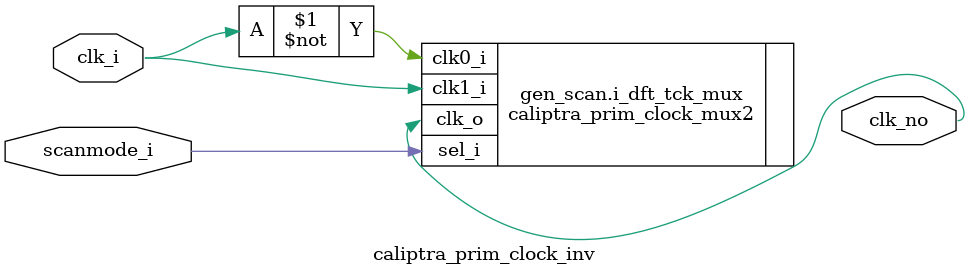
<source format=sv>

module caliptra_prim_clock_inv #(
  parameter bit HasScanMode = 1'b1,
  parameter bit NoFpgaBufG  = 1'b0 // only used in FPGA case
) (
  input        clk_i,
  input        scanmode_i,
  output logic clk_no      // Inverted
);

  if (HasScanMode) begin : gen_scan
    caliptra_prim_clock_mux2 #(
      .NoFpgaBufG(NoFpgaBufG)
    ) i_dft_tck_mux (
      .clk0_i ( ~clk_i     ),
      .clk1_i ( clk_i      ), // bypass the inverted clock for testing
      .sel_i  ( scanmode_i ),
      .clk_o  ( clk_no     )
    );
  end else begin : gen_noscan
    logic unused_scanmode;
    assign unused_scanmode = scanmode_i;
    assign clk_no = ~clk_i;
  end

endmodule : caliptra_prim_clock_inv

</source>
